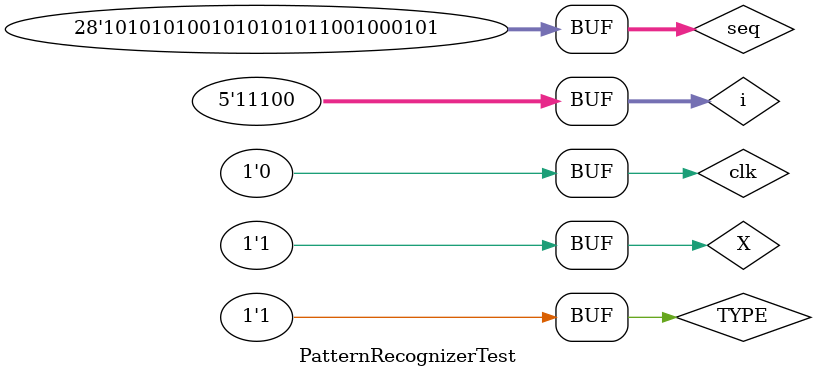
<source format=v>
`timescale 1ns / 1ps


module PatternRecognizerTest;

	// Inputs
	reg clk;
	reg X;
	reg TYPE;
	reg [27:0] seq;
	reg [4:0] i;

	// Outputs
	wire [3:0] Y;

	// Instantiate the Unit Under Test (UUT)
	PatternRecognizer uut (
		.clk(clk), 
		.X(X), 
		.TYPE(TYPE), 
		.Y(Y)
	);

	initial begin
		// Initialize Inputs
		clk = 0;
		X = 0;
		TYPE = 0;
		/*
		seq = 28'b0101101011010101011010110101;
		i = 27;
		repeat (28) begin
			#10 X = seq[i];
			i = i - 1;
		end
		#10;
		*/
		
		/*
		seq = 28'b0100100100101010110101101001;
		i = 27;
		TYPE = 1;
		repeat (28) begin
			#10 X = seq[i];
			i = i - 1;
		end
		#10;
		*/
		
		/*
		seq = 28'b0101110010010100110010110101;
		i = 27;
		TYPE = 0;
		repeat (28) begin
			#10 X = seq[i];
			i = i - 1;
		end
		#10;
		*/
		
		
		seq = 28'b1010101001010101011001000101;
		i = 0;
		TYPE = 1;
		repeat (28) begin
			#10 X = seq[i];
			i = i + 1;
		end
		
	end
	
	always begin
		#5 clk = 1;
		#5 clk = 0;
	end
      
endmodule


</source>
